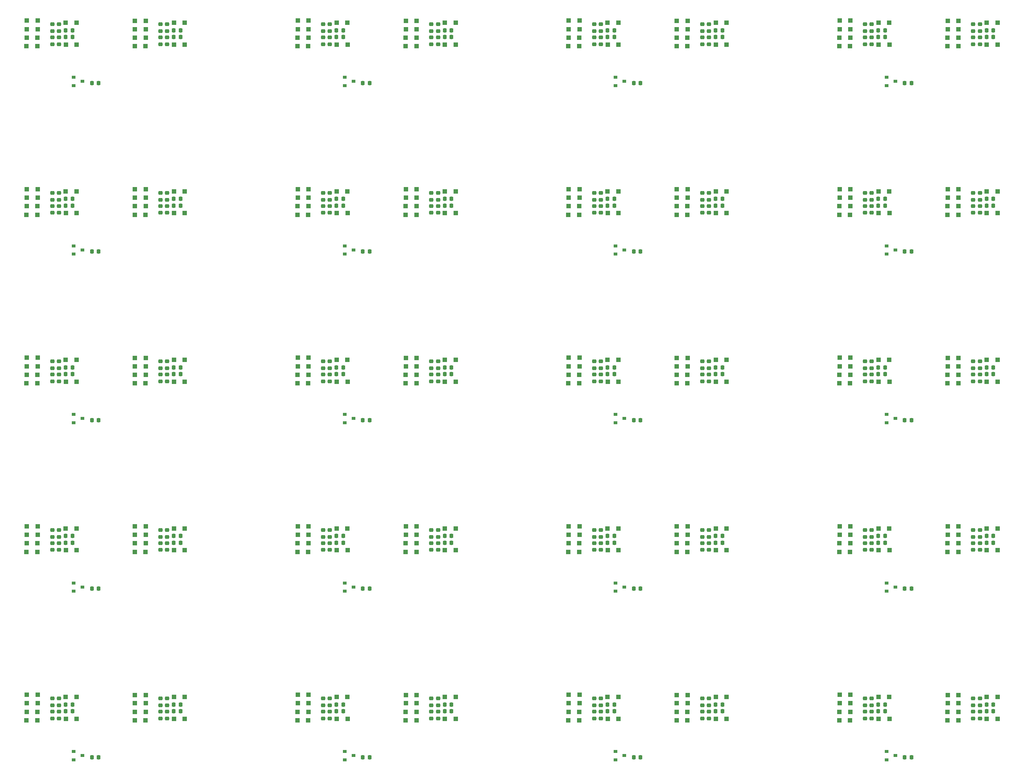
<source format=gbr>
%TF.GenerationSoftware,KiCad,Pcbnew,7.0.6+dfsg-1*%
%TF.CreationDate,2023-08-24T18:37:46+02:00*%
%TF.ProjectId,USB_panel,5553425f-7061-46e6-956c-2e6b69636164,V1.1*%
%TF.SameCoordinates,Original*%
%TF.FileFunction,Paste,Top*%
%TF.FilePolarity,Positive*%
%FSLAX46Y46*%
G04 Gerber Fmt 4.6, Leading zero omitted, Abs format (unit mm)*
G04 Created by KiCad (PCBNEW 7.0.6+dfsg-1) date 2023-08-24 18:37:46*
%MOMM*%
%LPD*%
G01*
G04 APERTURE LIST*
G04 Aperture macros list*
%AMRoundRect*
0 Rectangle with rounded corners*
0 $1 Rounding radius*
0 $2 $3 $4 $5 $6 $7 $8 $9 X,Y pos of 4 corners*
0 Add a 4 corners polygon primitive as box body*
4,1,4,$2,$3,$4,$5,$6,$7,$8,$9,$2,$3,0*
0 Add four circle primitives for the rounded corners*
1,1,$1+$1,$2,$3*
1,1,$1+$1,$4,$5*
1,1,$1+$1,$6,$7*
1,1,$1+$1,$8,$9*
0 Add four rect primitives between the rounded corners*
20,1,$1+$1,$2,$3,$4,$5,0*
20,1,$1+$1,$4,$5,$6,$7,0*
20,1,$1+$1,$6,$7,$8,$9,0*
20,1,$1+$1,$8,$9,$2,$3,0*%
G04 Aperture macros list end*
%ADD10R,0.900000X0.800000*%
%ADD11RoundRect,0.218750X0.256250X-0.218750X0.256250X0.218750X-0.256250X0.218750X-0.256250X-0.218750X0*%
%ADD12R,1.000000X1.000000*%
%ADD13RoundRect,0.218750X-0.218750X-0.256250X0.218750X-0.256250X0.218750X0.256250X-0.218750X0.256250X0*%
%ADD14RoundRect,0.218750X0.218750X0.256250X-0.218750X0.256250X-0.218750X-0.256250X0.218750X-0.256250X0*%
%ADD15RoundRect,0.218750X-0.256250X0.218750X-0.256250X-0.218750X0.256250X-0.218750X0.256250X0.218750X0*%
G04 APERTURE END LIST*
D10*
%TO.C,Q1*%
X173943200Y-108331000D03*
X173943200Y-110231000D03*
X175943200Y-109281000D03*
%TD*%
D11*
%TO.C,R7*%
X256578200Y-178654500D03*
X256578200Y-177079500D03*
%TD*%
D12*
%TO.C,D5*%
X46870700Y-139741500D03*
X49370700Y-139741500D03*
%TD*%
D10*
%TO.C,Q1*%
X48723200Y-69343000D03*
X48723200Y-71243000D03*
X50723200Y-70293000D03*
%TD*%
D12*
%TO.C,D11*%
X62863200Y-97191000D03*
X65363200Y-97191000D03*
%TD*%
%TO.C,D4*%
X100473200Y-214155000D03*
X102973200Y-214155000D03*
%TD*%
%TO.C,D4*%
X225693200Y-175167000D03*
X228193200Y-175167000D03*
%TD*%
%TO.C,D9*%
X188023200Y-101131000D03*
X190523200Y-101131000D03*
%TD*%
%TO.C,D5*%
X172090700Y-178729500D03*
X174590700Y-178729500D03*
%TD*%
%TO.C,D9*%
X62803200Y-62143000D03*
X65303200Y-62143000D03*
%TD*%
%TO.C,D3*%
X40363200Y-134189000D03*
X37863200Y-134189000D03*
%TD*%
D13*
%TO.C,R5*%
X172043200Y-136471500D03*
X173618200Y-136471500D03*
%TD*%
D12*
%TO.C,D8*%
X127933200Y-177147000D03*
X125433200Y-177147000D03*
%TD*%
D13*
%TO.C,R6*%
X172043200Y-99013500D03*
X173618200Y-99013500D03*
%TD*%
D12*
%TO.C,D4*%
X225693200Y-58203000D03*
X228193200Y-58203000D03*
%TD*%
%TO.C,D2*%
X225633200Y-62143000D03*
X228133200Y-62143000D03*
%TD*%
D13*
%TO.C,R6*%
X234653200Y-138001500D03*
X236228200Y-138001500D03*
%TD*%
D12*
%TO.C,D5*%
X46870700Y-100753500D03*
X49370700Y-100753500D03*
%TD*%
%TO.C,D2*%
X163023200Y-140119000D03*
X165523200Y-140119000D03*
%TD*%
D11*
%TO.C,R1*%
X231578200Y-178654500D03*
X231578200Y-177079500D03*
%TD*%
%TO.C,R9*%
X195523200Y-175637000D03*
X195523200Y-174062000D03*
%TD*%
%TO.C,R3*%
X45298200Y-136649000D03*
X45298200Y-135074000D03*
%TD*%
D12*
%TO.C,D5*%
X234700700Y-100753500D03*
X237200700Y-100753500D03*
%TD*%
D14*
%TO.C,R13*%
X242290700Y-226635000D03*
X240715700Y-226635000D03*
%TD*%
D12*
%TO.C,D3*%
X40363200Y-212165000D03*
X37863200Y-212165000D03*
%TD*%
D11*
%TO.C,R8*%
X258123200Y-178662000D03*
X258123200Y-177087000D03*
%TD*%
D13*
%TO.C,R5*%
X46823200Y-58495500D03*
X48398200Y-58495500D03*
%TD*%
D11*
%TO.C,R8*%
X132903200Y-139674000D03*
X132903200Y-138099000D03*
%TD*%
D13*
%TO.C,R11*%
X197043200Y-214447500D03*
X198618200Y-214447500D03*
%TD*%
D12*
%TO.C,D12*%
X71870700Y-100753500D03*
X74370700Y-100753500D03*
%TD*%
D13*
%TO.C,R5*%
X172043200Y-58495500D03*
X173618200Y-58495500D03*
%TD*%
D12*
%TO.C,D2*%
X163023200Y-62143000D03*
X165523200Y-62143000D03*
%TD*%
D13*
%TO.C,R12*%
X134433200Y-215977500D03*
X136008200Y-215977500D03*
%TD*%
%TO.C,R5*%
X46823200Y-214447500D03*
X48398200Y-214447500D03*
%TD*%
D11*
%TO.C,R3*%
X233128200Y-97661000D03*
X233128200Y-96086000D03*
%TD*%
%TO.C,R3*%
X45298200Y-58673000D03*
X45298200Y-57098000D03*
%TD*%
D12*
%TO.C,D9*%
X62803200Y-140119000D03*
X65303200Y-140119000D03*
%TD*%
D11*
%TO.C,R2*%
X233128200Y-61700500D03*
X233128200Y-60125500D03*
%TD*%
%TO.C,R9*%
X132913200Y-97661000D03*
X132913200Y-96086000D03*
%TD*%
D13*
%TO.C,R12*%
X197043200Y-60025500D03*
X198618200Y-60025500D03*
%TD*%
D11*
%TO.C,R3*%
X233128200Y-214625000D03*
X233128200Y-213050000D03*
%TD*%
D12*
%TO.C,D5*%
X172090700Y-61765500D03*
X174590700Y-61765500D03*
%TD*%
%TO.C,D10*%
X190583200Y-212225000D03*
X188083200Y-212225000D03*
%TD*%
%TO.C,D4*%
X37863200Y-175167000D03*
X40363200Y-175167000D03*
%TD*%
%TO.C,D3*%
X165583200Y-95201000D03*
X163083200Y-95201000D03*
%TD*%
D15*
%TO.C,R10*%
X256578200Y-57095500D03*
X256578200Y-58670500D03*
%TD*%
%TO.C,R10*%
X68748200Y-96083500D03*
X68748200Y-97658500D03*
%TD*%
D13*
%TO.C,R5*%
X172043200Y-214447500D03*
X173618200Y-214447500D03*
%TD*%
D12*
%TO.C,D1*%
X228153200Y-60183000D03*
X225653200Y-60183000D03*
%TD*%
D11*
%TO.C,R2*%
X170518200Y-217652500D03*
X170518200Y-216077500D03*
%TD*%
D12*
%TO.C,D8*%
X127933200Y-60183000D03*
X125433200Y-60183000D03*
%TD*%
D11*
%TO.C,R9*%
X132913200Y-214625000D03*
X132913200Y-213050000D03*
%TD*%
%TO.C,R7*%
X193968200Y-178654500D03*
X193968200Y-177079500D03*
%TD*%
%TO.C,R1*%
X106358200Y-178654500D03*
X106358200Y-177079500D03*
%TD*%
D12*
%TO.C,D10*%
X253193200Y-56273000D03*
X250693200Y-56273000D03*
%TD*%
D11*
%TO.C,R7*%
X131358200Y-61690500D03*
X131358200Y-60115500D03*
%TD*%
D10*
%TO.C,Q1*%
X173943200Y-225295000D03*
X173943200Y-227195000D03*
X175943200Y-226245000D03*
%TD*%
D13*
%TO.C,R5*%
X109433200Y-136471500D03*
X111008200Y-136471500D03*
%TD*%
D11*
%TO.C,R3*%
X170518200Y-175637000D03*
X170518200Y-174062000D03*
%TD*%
D12*
%TO.C,D12*%
X259700700Y-178729500D03*
X262200700Y-178729500D03*
%TD*%
%TO.C,D3*%
X40363200Y-95201000D03*
X37863200Y-95201000D03*
%TD*%
D15*
%TO.C,R4*%
X106358200Y-174059500D03*
X106358200Y-175634500D03*
%TD*%
D12*
%TO.C,D1*%
X102933200Y-60183000D03*
X100433200Y-60183000D03*
%TD*%
D10*
%TO.C,Q1*%
X173943200Y-69343000D03*
X173943200Y-71243000D03*
X175943200Y-70293000D03*
%TD*%
D12*
%TO.C,D1*%
X228153200Y-99171000D03*
X225653200Y-99171000D03*
%TD*%
%TO.C,D5*%
X109480700Y-178729500D03*
X111980700Y-178729500D03*
%TD*%
D13*
%TO.C,R6*%
X109433200Y-60025500D03*
X111008200Y-60025500D03*
%TD*%
D11*
%TO.C,R9*%
X70303200Y-97661000D03*
X70303200Y-96086000D03*
%TD*%
D12*
%TO.C,D10*%
X127973200Y-56273000D03*
X125473200Y-56273000D03*
%TD*%
D13*
%TO.C,R12*%
X71823200Y-176989500D03*
X73398200Y-176989500D03*
%TD*%
D11*
%TO.C,R2*%
X233128200Y-178664500D03*
X233128200Y-177089500D03*
%TD*%
%TO.C,R9*%
X195523200Y-214625000D03*
X195523200Y-213050000D03*
%TD*%
%TO.C,R9*%
X195523200Y-97661000D03*
X195523200Y-96086000D03*
%TD*%
%TO.C,R3*%
X45298200Y-214625000D03*
X45298200Y-213050000D03*
%TD*%
D15*
%TO.C,R4*%
X231578200Y-96083500D03*
X231578200Y-97658500D03*
%TD*%
D11*
%TO.C,R2*%
X45298200Y-61700500D03*
X45298200Y-60125500D03*
%TD*%
D15*
%TO.C,R4*%
X168968200Y-135071500D03*
X168968200Y-136646500D03*
%TD*%
D13*
%TO.C,R5*%
X109433200Y-97483500D03*
X111008200Y-97483500D03*
%TD*%
D12*
%TO.C,D4*%
X225693200Y-97191000D03*
X228193200Y-97191000D03*
%TD*%
%TO.C,D14*%
X197078200Y-173702000D03*
X199578200Y-173702000D03*
%TD*%
%TO.C,D14*%
X197078200Y-56738000D03*
X199578200Y-56738000D03*
%TD*%
D15*
%TO.C,R10*%
X193968200Y-57095500D03*
X193968200Y-58670500D03*
%TD*%
D10*
%TO.C,Q1*%
X236553200Y-108331000D03*
X236553200Y-110231000D03*
X238553200Y-109281000D03*
%TD*%
D14*
%TO.C,R13*%
X242290700Y-70683000D03*
X240715700Y-70683000D03*
%TD*%
D11*
%TO.C,R7*%
X193968200Y-61690500D03*
X193968200Y-60115500D03*
%TD*%
%TO.C,R1*%
X168968200Y-139666500D03*
X168968200Y-138091500D03*
%TD*%
D12*
%TO.C,D10*%
X253193200Y-134249000D03*
X250693200Y-134249000D03*
%TD*%
%TO.C,D7*%
X234688200Y-212690000D03*
X237188200Y-212690000D03*
%TD*%
%TO.C,D3*%
X102973200Y-173177000D03*
X100473200Y-173177000D03*
%TD*%
%TO.C,D11*%
X125473200Y-175167000D03*
X127973200Y-175167000D03*
%TD*%
D11*
%TO.C,R7*%
X131358200Y-139666500D03*
X131358200Y-138091500D03*
%TD*%
%TO.C,R2*%
X45298200Y-178664500D03*
X45298200Y-177089500D03*
%TD*%
D12*
%TO.C,D2*%
X225633200Y-140119000D03*
X228133200Y-140119000D03*
%TD*%
%TO.C,D5*%
X172090700Y-100753500D03*
X174590700Y-100753500D03*
%TD*%
%TO.C,D9*%
X125413200Y-179107000D03*
X127913200Y-179107000D03*
%TD*%
%TO.C,D4*%
X163083200Y-58203000D03*
X165583200Y-58203000D03*
%TD*%
D11*
%TO.C,R2*%
X45298200Y-217652500D03*
X45298200Y-216077500D03*
%TD*%
D13*
%TO.C,R11*%
X71823200Y-175459500D03*
X73398200Y-175459500D03*
%TD*%
D12*
%TO.C,D3*%
X40363200Y-56213000D03*
X37863200Y-56213000D03*
%TD*%
D11*
%TO.C,R7*%
X68748200Y-217642500D03*
X68748200Y-216067500D03*
%TD*%
%TO.C,R7*%
X256578200Y-139666500D03*
X256578200Y-138091500D03*
%TD*%
D10*
%TO.C,Q1*%
X48723200Y-147319000D03*
X48723200Y-149219000D03*
X50723200Y-148269000D03*
%TD*%
D14*
%TO.C,R13*%
X54460700Y-226635000D03*
X52885700Y-226635000D03*
%TD*%
D12*
%TO.C,D7*%
X46858200Y-95726000D03*
X49358200Y-95726000D03*
%TD*%
%TO.C,D2*%
X163023200Y-218095000D03*
X165523200Y-218095000D03*
%TD*%
D11*
%TO.C,R8*%
X258123200Y-217650000D03*
X258123200Y-216075000D03*
%TD*%
D13*
%TO.C,R5*%
X172043200Y-97483500D03*
X173618200Y-97483500D03*
%TD*%
D12*
%TO.C,D9*%
X188023200Y-140119000D03*
X190523200Y-140119000D03*
%TD*%
D15*
%TO.C,R10*%
X256578200Y-96083500D03*
X256578200Y-97658500D03*
%TD*%
%TO.C,R4*%
X106358200Y-57095500D03*
X106358200Y-58670500D03*
%TD*%
D11*
%TO.C,R7*%
X256578200Y-217642500D03*
X256578200Y-216067500D03*
%TD*%
D13*
%TO.C,R12*%
X197043200Y-215977500D03*
X198618200Y-215977500D03*
%TD*%
%TO.C,R12*%
X259653200Y-99013500D03*
X261228200Y-99013500D03*
%TD*%
D12*
%TO.C,D5*%
X46870700Y-61765500D03*
X49370700Y-61765500D03*
%TD*%
%TO.C,D7*%
X234688200Y-134714000D03*
X237188200Y-134714000D03*
%TD*%
D11*
%TO.C,R1*%
X106358200Y-100678500D03*
X106358200Y-99103500D03*
%TD*%
%TO.C,R3*%
X107908200Y-97661000D03*
X107908200Y-96086000D03*
%TD*%
D12*
%TO.C,D11*%
X250693200Y-214155000D03*
X253193200Y-214155000D03*
%TD*%
D11*
%TO.C,R1*%
X43748200Y-139666500D03*
X43748200Y-138091500D03*
%TD*%
D12*
%TO.C,D2*%
X100413200Y-179107000D03*
X102913200Y-179107000D03*
%TD*%
%TO.C,D11*%
X62863200Y-136179000D03*
X65363200Y-136179000D03*
%TD*%
D11*
%TO.C,R9*%
X258133200Y-136649000D03*
X258133200Y-135074000D03*
%TD*%
D12*
%TO.C,D8*%
X253153200Y-216135000D03*
X250653200Y-216135000D03*
%TD*%
%TO.C,D4*%
X225693200Y-214155000D03*
X228193200Y-214155000D03*
%TD*%
D15*
%TO.C,R10*%
X68748200Y-57095500D03*
X68748200Y-58670500D03*
%TD*%
D11*
%TO.C,R1*%
X231578200Y-139666500D03*
X231578200Y-138091500D03*
%TD*%
D12*
%TO.C,D14*%
X134468200Y-134714000D03*
X136968200Y-134714000D03*
%TD*%
%TO.C,D9*%
X62803200Y-218095000D03*
X65303200Y-218095000D03*
%TD*%
D15*
%TO.C,R10*%
X193968200Y-135071500D03*
X193968200Y-136646500D03*
%TD*%
D12*
%TO.C,D4*%
X163083200Y-214155000D03*
X165583200Y-214155000D03*
%TD*%
D15*
%TO.C,R4*%
X231578200Y-57095500D03*
X231578200Y-58670500D03*
%TD*%
D11*
%TO.C,R7*%
X68748200Y-139666500D03*
X68748200Y-138091500D03*
%TD*%
%TO.C,R9*%
X70303200Y-58673000D03*
X70303200Y-57098000D03*
%TD*%
%TO.C,R8*%
X195513200Y-178662000D03*
X195513200Y-177087000D03*
%TD*%
D13*
%TO.C,R11*%
X197043200Y-97483500D03*
X198618200Y-97483500D03*
%TD*%
%TO.C,R5*%
X234653200Y-175459500D03*
X236228200Y-175459500D03*
%TD*%
D12*
%TO.C,D12*%
X134480700Y-61765500D03*
X136980700Y-61765500D03*
%TD*%
%TO.C,D10*%
X65363200Y-134249000D03*
X62863200Y-134249000D03*
%TD*%
%TO.C,D3*%
X228193200Y-95201000D03*
X225693200Y-95201000D03*
%TD*%
%TO.C,D12*%
X71870700Y-61765500D03*
X74370700Y-61765500D03*
%TD*%
%TO.C,D12*%
X71870700Y-178729500D03*
X74370700Y-178729500D03*
%TD*%
%TO.C,D7*%
X172078200Y-173702000D03*
X174578200Y-173702000D03*
%TD*%
%TO.C,D3*%
X102973200Y-56213000D03*
X100473200Y-56213000D03*
%TD*%
D11*
%TO.C,R7*%
X131358200Y-178654500D03*
X131358200Y-177079500D03*
%TD*%
D14*
%TO.C,R13*%
X179680700Y-187647000D03*
X178105700Y-187647000D03*
%TD*%
D12*
%TO.C,D1*%
X102933200Y-99171000D03*
X100433200Y-99171000D03*
%TD*%
%TO.C,D12*%
X259700700Y-217717500D03*
X262200700Y-217717500D03*
%TD*%
D14*
%TO.C,R13*%
X54460700Y-148659000D03*
X52885700Y-148659000D03*
%TD*%
D11*
%TO.C,R1*%
X106358200Y-61690500D03*
X106358200Y-60115500D03*
%TD*%
D12*
%TO.C,D7*%
X109468200Y-212690000D03*
X111968200Y-212690000D03*
%TD*%
%TO.C,D10*%
X127973200Y-212225000D03*
X125473200Y-212225000D03*
%TD*%
D11*
%TO.C,R8*%
X70293200Y-61698000D03*
X70293200Y-60123000D03*
%TD*%
D12*
%TO.C,D12*%
X259700700Y-100753500D03*
X262200700Y-100753500D03*
%TD*%
%TO.C,D9*%
X125413200Y-218095000D03*
X127913200Y-218095000D03*
%TD*%
D10*
%TO.C,Q1*%
X173943200Y-147319000D03*
X173943200Y-149219000D03*
X175943200Y-148269000D03*
%TD*%
D12*
%TO.C,D7*%
X172078200Y-95726000D03*
X174578200Y-95726000D03*
%TD*%
%TO.C,D14*%
X134468200Y-56738000D03*
X136968200Y-56738000D03*
%TD*%
D15*
%TO.C,R10*%
X256578200Y-135071500D03*
X256578200Y-136646500D03*
%TD*%
D11*
%TO.C,R1*%
X43748200Y-61690500D03*
X43748200Y-60115500D03*
%TD*%
D12*
%TO.C,D12*%
X197090700Y-61765500D03*
X199590700Y-61765500D03*
%TD*%
%TO.C,D10*%
X253193200Y-95261000D03*
X250693200Y-95261000D03*
%TD*%
%TO.C,D3*%
X165583200Y-134189000D03*
X163083200Y-134189000D03*
%TD*%
%TO.C,D10*%
X65363200Y-173237000D03*
X62863200Y-173237000D03*
%TD*%
%TO.C,D14*%
X134468200Y-173702000D03*
X136968200Y-173702000D03*
%TD*%
%TO.C,D2*%
X100413200Y-62143000D03*
X102913200Y-62143000D03*
%TD*%
%TO.C,D11*%
X250693200Y-97191000D03*
X253193200Y-97191000D03*
%TD*%
D13*
%TO.C,R11*%
X71823200Y-136471500D03*
X73398200Y-136471500D03*
%TD*%
D14*
%TO.C,R13*%
X117070700Y-148659000D03*
X115495700Y-148659000D03*
%TD*%
D12*
%TO.C,D4*%
X37863200Y-97191000D03*
X40363200Y-97191000D03*
%TD*%
D13*
%TO.C,R11*%
X259653200Y-58495500D03*
X261228200Y-58495500D03*
%TD*%
D12*
%TO.C,D12*%
X71870700Y-139741500D03*
X74370700Y-139741500D03*
%TD*%
%TO.C,D14*%
X71858200Y-134714000D03*
X74358200Y-134714000D03*
%TD*%
D13*
%TO.C,R5*%
X46823200Y-136471500D03*
X48398200Y-136471500D03*
%TD*%
D12*
%TO.C,D10*%
X190583200Y-173237000D03*
X188083200Y-173237000D03*
%TD*%
%TO.C,D1*%
X102933200Y-138159000D03*
X100433200Y-138159000D03*
%TD*%
%TO.C,D5*%
X234700700Y-61765500D03*
X237200700Y-61765500D03*
%TD*%
%TO.C,D9*%
X125413200Y-101131000D03*
X127913200Y-101131000D03*
%TD*%
%TO.C,D3*%
X165583200Y-212165000D03*
X163083200Y-212165000D03*
%TD*%
%TO.C,D1*%
X165543200Y-138159000D03*
X163043200Y-138159000D03*
%TD*%
D10*
%TO.C,Q1*%
X111333200Y-108331000D03*
X111333200Y-110231000D03*
X113333200Y-109281000D03*
%TD*%
D12*
%TO.C,D4*%
X163083200Y-136179000D03*
X165583200Y-136179000D03*
%TD*%
D13*
%TO.C,R11*%
X259653200Y-97483500D03*
X261228200Y-97483500D03*
%TD*%
D10*
%TO.C,Q1*%
X236553200Y-225295000D03*
X236553200Y-227195000D03*
X238553200Y-226245000D03*
%TD*%
D12*
%TO.C,D8*%
X65323200Y-138159000D03*
X62823200Y-138159000D03*
%TD*%
D11*
%TO.C,R8*%
X258123200Y-139674000D03*
X258123200Y-138099000D03*
%TD*%
%TO.C,R9*%
X258133200Y-175637000D03*
X258133200Y-174062000D03*
%TD*%
D12*
%TO.C,D7*%
X109468200Y-134714000D03*
X111968200Y-134714000D03*
%TD*%
%TO.C,D14*%
X197078200Y-95726000D03*
X199578200Y-95726000D03*
%TD*%
%TO.C,D11*%
X188083200Y-175167000D03*
X190583200Y-175167000D03*
%TD*%
D15*
%TO.C,R4*%
X231578200Y-174059500D03*
X231578200Y-175634500D03*
%TD*%
D12*
%TO.C,D11*%
X250693200Y-58203000D03*
X253193200Y-58203000D03*
%TD*%
D11*
%TO.C,R9*%
X258133200Y-58673000D03*
X258133200Y-57098000D03*
%TD*%
D12*
%TO.C,D2*%
X100413200Y-218095000D03*
X102913200Y-218095000D03*
%TD*%
%TO.C,D3*%
X165583200Y-56213000D03*
X163083200Y-56213000D03*
%TD*%
D11*
%TO.C,R3*%
X45298200Y-175637000D03*
X45298200Y-174062000D03*
%TD*%
D12*
%TO.C,D7*%
X109468200Y-95726000D03*
X111968200Y-95726000D03*
%TD*%
%TO.C,D2*%
X163023200Y-179107000D03*
X165523200Y-179107000D03*
%TD*%
D11*
%TO.C,R3*%
X170518200Y-136649000D03*
X170518200Y-135074000D03*
%TD*%
D12*
%TO.C,D7*%
X172078200Y-134714000D03*
X174578200Y-134714000D03*
%TD*%
D13*
%TO.C,R5*%
X109433200Y-214447500D03*
X111008200Y-214447500D03*
%TD*%
D12*
%TO.C,D4*%
X225693200Y-136179000D03*
X228193200Y-136179000D03*
%TD*%
D13*
%TO.C,R12*%
X134433200Y-60025500D03*
X136008200Y-60025500D03*
%TD*%
D15*
%TO.C,R10*%
X131358200Y-174059500D03*
X131358200Y-175634500D03*
%TD*%
D11*
%TO.C,R3*%
X107908200Y-214625000D03*
X107908200Y-213050000D03*
%TD*%
D12*
%TO.C,D9*%
X125413200Y-140119000D03*
X127913200Y-140119000D03*
%TD*%
%TO.C,D1*%
X228153200Y-216135000D03*
X225653200Y-216135000D03*
%TD*%
D15*
%TO.C,R10*%
X131358200Y-135071500D03*
X131358200Y-136646500D03*
%TD*%
D12*
%TO.C,D1*%
X228153200Y-177147000D03*
X225653200Y-177147000D03*
%TD*%
%TO.C,D8*%
X65323200Y-60183000D03*
X62823200Y-60183000D03*
%TD*%
%TO.C,D3*%
X228193200Y-173177000D03*
X225693200Y-173177000D03*
%TD*%
D11*
%TO.C,R2*%
X170518200Y-61700500D03*
X170518200Y-60125500D03*
%TD*%
%TO.C,R9*%
X70303200Y-175637000D03*
X70303200Y-174062000D03*
%TD*%
D10*
%TO.C,Q1*%
X111333200Y-186307000D03*
X111333200Y-188207000D03*
X113333200Y-187257000D03*
%TD*%
D12*
%TO.C,D14*%
X134468200Y-95726000D03*
X136968200Y-95726000D03*
%TD*%
%TO.C,D11*%
X125473200Y-214155000D03*
X127973200Y-214155000D03*
%TD*%
%TO.C,D9*%
X250633200Y-62143000D03*
X253133200Y-62143000D03*
%TD*%
D13*
%TO.C,R6*%
X46823200Y-60025500D03*
X48398200Y-60025500D03*
%TD*%
%TO.C,R12*%
X259653200Y-215977500D03*
X261228200Y-215977500D03*
%TD*%
D15*
%TO.C,R10*%
X131358200Y-96083500D03*
X131358200Y-97658500D03*
%TD*%
D12*
%TO.C,D9*%
X62803200Y-179107000D03*
X65303200Y-179107000D03*
%TD*%
%TO.C,D7*%
X172078200Y-56738000D03*
X174578200Y-56738000D03*
%TD*%
D13*
%TO.C,R11*%
X134433200Y-58495500D03*
X136008200Y-58495500D03*
%TD*%
D12*
%TO.C,D14*%
X197078200Y-134714000D03*
X199578200Y-134714000D03*
%TD*%
%TO.C,D12*%
X197090700Y-178729500D03*
X199590700Y-178729500D03*
%TD*%
D11*
%TO.C,R2*%
X170518200Y-139676500D03*
X170518200Y-138101500D03*
%TD*%
%TO.C,R8*%
X195513200Y-100686000D03*
X195513200Y-99111000D03*
%TD*%
D12*
%TO.C,D9*%
X188023200Y-218095000D03*
X190523200Y-218095000D03*
%TD*%
D13*
%TO.C,R6*%
X172043200Y-215977500D03*
X173618200Y-215977500D03*
%TD*%
D10*
%TO.C,Q1*%
X48723200Y-186307000D03*
X48723200Y-188207000D03*
X50723200Y-187257000D03*
%TD*%
D12*
%TO.C,D5*%
X109480700Y-100753500D03*
X111980700Y-100753500D03*
%TD*%
%TO.C,D1*%
X165543200Y-216135000D03*
X163043200Y-216135000D03*
%TD*%
%TO.C,D2*%
X37803200Y-101131000D03*
X40303200Y-101131000D03*
%TD*%
D13*
%TO.C,R6*%
X234653200Y-60025500D03*
X236228200Y-60025500D03*
%TD*%
D14*
%TO.C,R13*%
X117070700Y-226635000D03*
X115495700Y-226635000D03*
%TD*%
D12*
%TO.C,D8*%
X190543200Y-138159000D03*
X188043200Y-138159000D03*
%TD*%
D11*
%TO.C,R2*%
X107908200Y-217652500D03*
X107908200Y-216077500D03*
%TD*%
%TO.C,R2*%
X170518200Y-178664500D03*
X170518200Y-177089500D03*
%TD*%
D13*
%TO.C,R6*%
X46823200Y-215977500D03*
X48398200Y-215977500D03*
%TD*%
D11*
%TO.C,R8*%
X195513200Y-139674000D03*
X195513200Y-138099000D03*
%TD*%
%TO.C,R7*%
X256578200Y-100678500D03*
X256578200Y-99103500D03*
%TD*%
D12*
%TO.C,D12*%
X71870700Y-217717500D03*
X74370700Y-217717500D03*
%TD*%
D15*
%TO.C,R4*%
X168968200Y-96083500D03*
X168968200Y-97658500D03*
%TD*%
D11*
%TO.C,R2*%
X170518200Y-100688500D03*
X170518200Y-99113500D03*
%TD*%
D10*
%TO.C,Q1*%
X236553200Y-186307000D03*
X236553200Y-188207000D03*
X238553200Y-187257000D03*
%TD*%
D13*
%TO.C,R12*%
X71823200Y-215977500D03*
X73398200Y-215977500D03*
%TD*%
D15*
%TO.C,R10*%
X131358200Y-213047500D03*
X131358200Y-214622500D03*
%TD*%
D13*
%TO.C,R11*%
X259653200Y-175459500D03*
X261228200Y-175459500D03*
%TD*%
D11*
%TO.C,R2*%
X233128200Y-217652500D03*
X233128200Y-216077500D03*
%TD*%
D13*
%TO.C,R5*%
X234653200Y-97483500D03*
X236228200Y-97483500D03*
%TD*%
D12*
%TO.C,D10*%
X127973200Y-134249000D03*
X125473200Y-134249000D03*
%TD*%
D10*
%TO.C,Q1*%
X236553200Y-69343000D03*
X236553200Y-71243000D03*
X238553200Y-70293000D03*
%TD*%
D14*
%TO.C,R13*%
X117070700Y-70683000D03*
X115495700Y-70683000D03*
%TD*%
D15*
%TO.C,R10*%
X256578200Y-174059500D03*
X256578200Y-175634500D03*
%TD*%
D12*
%TO.C,D11*%
X125473200Y-58203000D03*
X127973200Y-58203000D03*
%TD*%
D10*
%TO.C,Q1*%
X173943200Y-186307000D03*
X173943200Y-188207000D03*
X175943200Y-187257000D03*
%TD*%
D13*
%TO.C,R11*%
X71823200Y-214447500D03*
X73398200Y-214447500D03*
%TD*%
D15*
%TO.C,R4*%
X168968200Y-213047500D03*
X168968200Y-214622500D03*
%TD*%
%TO.C,R4*%
X106358200Y-135071500D03*
X106358200Y-136646500D03*
%TD*%
D12*
%TO.C,D8*%
X65323200Y-99171000D03*
X62823200Y-99171000D03*
%TD*%
D13*
%TO.C,R6*%
X172043200Y-176989500D03*
X173618200Y-176989500D03*
%TD*%
D11*
%TO.C,R8*%
X258123200Y-61698000D03*
X258123200Y-60123000D03*
%TD*%
%TO.C,R9*%
X258133200Y-214625000D03*
X258133200Y-213050000D03*
%TD*%
D12*
%TO.C,D14*%
X259688200Y-56738000D03*
X262188200Y-56738000D03*
%TD*%
%TO.C,D9*%
X250633200Y-101131000D03*
X253133200Y-101131000D03*
%TD*%
D11*
%TO.C,R7*%
X193968200Y-139666500D03*
X193968200Y-138091500D03*
%TD*%
D14*
%TO.C,R13*%
X117070700Y-109671000D03*
X115495700Y-109671000D03*
%TD*%
D12*
%TO.C,D7*%
X234688200Y-56738000D03*
X237188200Y-56738000D03*
%TD*%
D13*
%TO.C,R6*%
X234653200Y-215977500D03*
X236228200Y-215977500D03*
%TD*%
D14*
%TO.C,R13*%
X179680700Y-109671000D03*
X178105700Y-109671000D03*
%TD*%
D12*
%TO.C,D4*%
X163083200Y-97191000D03*
X165583200Y-97191000D03*
%TD*%
%TO.C,D7*%
X109468200Y-56738000D03*
X111968200Y-56738000D03*
%TD*%
D13*
%TO.C,R12*%
X197043200Y-99013500D03*
X198618200Y-99013500D03*
%TD*%
D12*
%TO.C,D14*%
X71858200Y-95726000D03*
X74358200Y-95726000D03*
%TD*%
D11*
%TO.C,R2*%
X107908200Y-61700500D03*
X107908200Y-60125500D03*
%TD*%
D13*
%TO.C,R6*%
X109433200Y-215977500D03*
X111008200Y-215977500D03*
%TD*%
D11*
%TO.C,R9*%
X195523200Y-136649000D03*
X195523200Y-135074000D03*
%TD*%
D12*
%TO.C,D5*%
X109480700Y-139741500D03*
X111980700Y-139741500D03*
%TD*%
%TO.C,D9*%
X188023200Y-62143000D03*
X190523200Y-62143000D03*
%TD*%
D14*
%TO.C,R13*%
X242290700Y-148659000D03*
X240715700Y-148659000D03*
%TD*%
D12*
%TO.C,D7*%
X234688200Y-173702000D03*
X237188200Y-173702000D03*
%TD*%
%TO.C,D1*%
X165543200Y-60183000D03*
X163043200Y-60183000D03*
%TD*%
D14*
%TO.C,R13*%
X54460700Y-187647000D03*
X52885700Y-187647000D03*
%TD*%
D13*
%TO.C,R12*%
X134433200Y-138001500D03*
X136008200Y-138001500D03*
%TD*%
D12*
%TO.C,D9*%
X250633200Y-218095000D03*
X253133200Y-218095000D03*
%TD*%
%TO.C,D3*%
X102973200Y-95201000D03*
X100473200Y-95201000D03*
%TD*%
D11*
%TO.C,R9*%
X70303200Y-136649000D03*
X70303200Y-135074000D03*
%TD*%
D12*
%TO.C,D1*%
X40323200Y-216135000D03*
X37823200Y-216135000D03*
%TD*%
%TO.C,D2*%
X37803200Y-218095000D03*
X40303200Y-218095000D03*
%TD*%
D13*
%TO.C,R5*%
X234653200Y-136471500D03*
X236228200Y-136471500D03*
%TD*%
D10*
%TO.C,Q1*%
X236553200Y-147319000D03*
X236553200Y-149219000D03*
X238553200Y-148269000D03*
%TD*%
D12*
%TO.C,D5*%
X109480700Y-217717500D03*
X111980700Y-217717500D03*
%TD*%
D13*
%TO.C,R12*%
X259653200Y-138001500D03*
X261228200Y-138001500D03*
%TD*%
D15*
%TO.C,R10*%
X193968200Y-213047500D03*
X193968200Y-214622500D03*
%TD*%
D12*
%TO.C,D5*%
X172090700Y-139741500D03*
X174590700Y-139741500D03*
%TD*%
D10*
%TO.C,Q1*%
X111333200Y-147319000D03*
X111333200Y-149219000D03*
X113333200Y-148269000D03*
%TD*%
D15*
%TO.C,R10*%
X68748200Y-213047500D03*
X68748200Y-214622500D03*
%TD*%
%TO.C,R4*%
X43748200Y-213047500D03*
X43748200Y-214622500D03*
%TD*%
D12*
%TO.C,D7*%
X46858200Y-134714000D03*
X49358200Y-134714000D03*
%TD*%
D13*
%TO.C,R11*%
X197043200Y-175459500D03*
X198618200Y-175459500D03*
%TD*%
D15*
%TO.C,R4*%
X43748200Y-57095500D03*
X43748200Y-58670500D03*
%TD*%
D13*
%TO.C,R6*%
X46823200Y-99013500D03*
X48398200Y-99013500D03*
%TD*%
D12*
%TO.C,D4*%
X37863200Y-136179000D03*
X40363200Y-136179000D03*
%TD*%
%TO.C,D8*%
X253153200Y-99171000D03*
X250653200Y-99171000D03*
%TD*%
D11*
%TO.C,R7*%
X131358200Y-217642500D03*
X131358200Y-216067500D03*
%TD*%
D12*
%TO.C,D1*%
X40323200Y-99171000D03*
X37823200Y-99171000D03*
%TD*%
%TO.C,D10*%
X253193200Y-173237000D03*
X250693200Y-173237000D03*
%TD*%
D11*
%TO.C,R1*%
X168968200Y-61690500D03*
X168968200Y-60115500D03*
%TD*%
D12*
%TO.C,D3*%
X228193200Y-134189000D03*
X225693200Y-134189000D03*
%TD*%
%TO.C,D8*%
X127933200Y-216135000D03*
X125433200Y-216135000D03*
%TD*%
D13*
%TO.C,R11*%
X71823200Y-97483500D03*
X73398200Y-97483500D03*
%TD*%
D12*
%TO.C,D3*%
X165583200Y-173177000D03*
X163083200Y-173177000D03*
%TD*%
D15*
%TO.C,R4*%
X106358200Y-213047500D03*
X106358200Y-214622500D03*
%TD*%
D12*
%TO.C,D7*%
X46858200Y-173702000D03*
X49358200Y-173702000D03*
%TD*%
D14*
%TO.C,R13*%
X179680700Y-148659000D03*
X178105700Y-148659000D03*
%TD*%
D11*
%TO.C,R7*%
X68748200Y-61690500D03*
X68748200Y-60115500D03*
%TD*%
D12*
%TO.C,D8*%
X253153200Y-138159000D03*
X250653200Y-138159000D03*
%TD*%
D11*
%TO.C,R3*%
X107908200Y-175637000D03*
X107908200Y-174062000D03*
%TD*%
%TO.C,R1*%
X168968200Y-100678500D03*
X168968200Y-99103500D03*
%TD*%
%TO.C,R9*%
X195523200Y-58673000D03*
X195523200Y-57098000D03*
%TD*%
D12*
%TO.C,D1*%
X165543200Y-99171000D03*
X163043200Y-99171000D03*
%TD*%
D11*
%TO.C,R7*%
X256578200Y-61690500D03*
X256578200Y-60115500D03*
%TD*%
D12*
%TO.C,D7*%
X46858200Y-212690000D03*
X49358200Y-212690000D03*
%TD*%
D13*
%TO.C,R12*%
X259653200Y-176989500D03*
X261228200Y-176989500D03*
%TD*%
D12*
%TO.C,D10*%
X65363200Y-212225000D03*
X62863200Y-212225000D03*
%TD*%
D11*
%TO.C,R9*%
X258133200Y-97661000D03*
X258133200Y-96086000D03*
%TD*%
%TO.C,R9*%
X70303200Y-214625000D03*
X70303200Y-213050000D03*
%TD*%
D12*
%TO.C,D5*%
X234700700Y-139741500D03*
X237200700Y-139741500D03*
%TD*%
%TO.C,D8*%
X190543200Y-216135000D03*
X188043200Y-216135000D03*
%TD*%
%TO.C,D12*%
X197090700Y-139741500D03*
X199590700Y-139741500D03*
%TD*%
%TO.C,D8*%
X190543200Y-177147000D03*
X188043200Y-177147000D03*
%TD*%
D15*
%TO.C,R4*%
X231578200Y-213047500D03*
X231578200Y-214622500D03*
%TD*%
%TO.C,R4*%
X43748200Y-135071500D03*
X43748200Y-136646500D03*
%TD*%
D12*
%TO.C,D1*%
X40323200Y-177147000D03*
X37823200Y-177147000D03*
%TD*%
%TO.C,D9*%
X250633200Y-140119000D03*
X253133200Y-140119000D03*
%TD*%
D13*
%TO.C,R6*%
X46823200Y-138001500D03*
X48398200Y-138001500D03*
%TD*%
D12*
%TO.C,D4*%
X100473200Y-58203000D03*
X102973200Y-58203000D03*
%TD*%
D11*
%TO.C,R3*%
X233128200Y-175637000D03*
X233128200Y-174062000D03*
%TD*%
D14*
%TO.C,R13*%
X179680700Y-226635000D03*
X178105700Y-226635000D03*
%TD*%
D12*
%TO.C,D10*%
X190583200Y-95261000D03*
X188083200Y-95261000D03*
%TD*%
D13*
%TO.C,R6*%
X234653200Y-176989500D03*
X236228200Y-176989500D03*
%TD*%
D15*
%TO.C,R10*%
X193968200Y-96083500D03*
X193968200Y-97658500D03*
%TD*%
D14*
%TO.C,R13*%
X54460700Y-70683000D03*
X52885700Y-70683000D03*
%TD*%
D12*
%TO.C,D4*%
X37863200Y-58203000D03*
X40363200Y-58203000D03*
%TD*%
%TO.C,D12*%
X134480700Y-139741500D03*
X136980700Y-139741500D03*
%TD*%
D10*
%TO.C,Q1*%
X48723200Y-108331000D03*
X48723200Y-110231000D03*
X50723200Y-109281000D03*
%TD*%
D12*
%TO.C,D1*%
X40323200Y-60183000D03*
X37823200Y-60183000D03*
%TD*%
D11*
%TO.C,R1*%
X168968200Y-217642500D03*
X168968200Y-216067500D03*
%TD*%
D15*
%TO.C,R4*%
X43748200Y-96083500D03*
X43748200Y-97658500D03*
%TD*%
D12*
%TO.C,D10*%
X190583200Y-56273000D03*
X188083200Y-56273000D03*
%TD*%
%TO.C,D1*%
X228153200Y-138159000D03*
X225653200Y-138159000D03*
%TD*%
%TO.C,D3*%
X228193200Y-56213000D03*
X225693200Y-56213000D03*
%TD*%
D11*
%TO.C,R2*%
X107908200Y-100688500D03*
X107908200Y-99113500D03*
%TD*%
%TO.C,R1*%
X106358200Y-139666500D03*
X106358200Y-138091500D03*
%TD*%
%TO.C,R1*%
X231578200Y-217642500D03*
X231578200Y-216067500D03*
%TD*%
D12*
%TO.C,D11*%
X188083200Y-214155000D03*
X190583200Y-214155000D03*
%TD*%
D14*
%TO.C,R13*%
X242290700Y-187647000D03*
X240715700Y-187647000D03*
%TD*%
D12*
%TO.C,D11*%
X125473200Y-97191000D03*
X127973200Y-97191000D03*
%TD*%
%TO.C,D14*%
X71858200Y-212690000D03*
X74358200Y-212690000D03*
%TD*%
D11*
%TO.C,R8*%
X132903200Y-217650000D03*
X132903200Y-216075000D03*
%TD*%
D13*
%TO.C,R11*%
X197043200Y-58495500D03*
X198618200Y-58495500D03*
%TD*%
D15*
%TO.C,R4*%
X168968200Y-57095500D03*
X168968200Y-58670500D03*
%TD*%
D12*
%TO.C,D11*%
X62863200Y-214155000D03*
X65363200Y-214155000D03*
%TD*%
%TO.C,D10*%
X65363200Y-95261000D03*
X62863200Y-95261000D03*
%TD*%
D11*
%TO.C,R8*%
X132903200Y-100686000D03*
X132903200Y-99111000D03*
%TD*%
D12*
%TO.C,D12*%
X259700700Y-61765500D03*
X262200700Y-61765500D03*
%TD*%
D15*
%TO.C,R4*%
X106358200Y-96083500D03*
X106358200Y-97658500D03*
%TD*%
D12*
%TO.C,D3*%
X228193200Y-212165000D03*
X225693200Y-212165000D03*
%TD*%
%TO.C,D5*%
X234700700Y-178729500D03*
X237200700Y-178729500D03*
%TD*%
D11*
%TO.C,R8*%
X70293200Y-178662000D03*
X70293200Y-177087000D03*
%TD*%
D12*
%TO.C,D8*%
X190543200Y-60183000D03*
X188043200Y-60183000D03*
%TD*%
%TO.C,D7*%
X234688200Y-95726000D03*
X237188200Y-95726000D03*
%TD*%
%TO.C,D9*%
X250633200Y-179107000D03*
X253133200Y-179107000D03*
%TD*%
D13*
%TO.C,R11*%
X197043200Y-136471500D03*
X198618200Y-136471500D03*
%TD*%
D12*
%TO.C,D8*%
X127933200Y-138159000D03*
X125433200Y-138159000D03*
%TD*%
D13*
%TO.C,R11*%
X259653200Y-136471500D03*
X261228200Y-136471500D03*
%TD*%
D12*
%TO.C,D8*%
X253153200Y-177147000D03*
X250653200Y-177147000D03*
%TD*%
D13*
%TO.C,R6*%
X109433200Y-99013500D03*
X111008200Y-99013500D03*
%TD*%
D11*
%TO.C,R7*%
X68748200Y-100678500D03*
X68748200Y-99103500D03*
%TD*%
D13*
%TO.C,R12*%
X197043200Y-176989500D03*
X198618200Y-176989500D03*
%TD*%
D12*
%TO.C,D4*%
X100473200Y-136179000D03*
X102973200Y-136179000D03*
%TD*%
D14*
%TO.C,R13*%
X54460700Y-109671000D03*
X52885700Y-109671000D03*
%TD*%
D12*
%TO.C,D10*%
X127973200Y-95261000D03*
X125473200Y-95261000D03*
%TD*%
%TO.C,D10*%
X65363200Y-56273000D03*
X62863200Y-56273000D03*
%TD*%
D13*
%TO.C,R12*%
X71823200Y-138001500D03*
X73398200Y-138001500D03*
%TD*%
D15*
%TO.C,R10*%
X131358200Y-57095500D03*
X131358200Y-58670500D03*
%TD*%
%TO.C,R10*%
X68748200Y-135071500D03*
X68748200Y-136646500D03*
%TD*%
D10*
%TO.C,Q1*%
X111333200Y-69343000D03*
X111333200Y-71243000D03*
X113333200Y-70293000D03*
%TD*%
D12*
%TO.C,D8*%
X65323200Y-177147000D03*
X62823200Y-177147000D03*
%TD*%
D13*
%TO.C,R12*%
X134433200Y-99013500D03*
X136008200Y-99013500D03*
%TD*%
D11*
%TO.C,R2*%
X107908200Y-139676500D03*
X107908200Y-138101500D03*
%TD*%
D12*
%TO.C,D9*%
X125413200Y-62143000D03*
X127913200Y-62143000D03*
%TD*%
%TO.C,D2*%
X37803200Y-140119000D03*
X40303200Y-140119000D03*
%TD*%
D11*
%TO.C,R7*%
X131358200Y-100678500D03*
X131358200Y-99103500D03*
%TD*%
D13*
%TO.C,R5*%
X46823200Y-97483500D03*
X48398200Y-97483500D03*
%TD*%
D11*
%TO.C,R1*%
X43748200Y-178654500D03*
X43748200Y-177079500D03*
%TD*%
%TO.C,R7*%
X68748200Y-178654500D03*
X68748200Y-177079500D03*
%TD*%
%TO.C,R3*%
X233128200Y-58673000D03*
X233128200Y-57098000D03*
%TD*%
%TO.C,R1*%
X231578200Y-100678500D03*
X231578200Y-99103500D03*
%TD*%
D13*
%TO.C,R11*%
X259653200Y-214447500D03*
X261228200Y-214447500D03*
%TD*%
D12*
%TO.C,D3*%
X102973200Y-134189000D03*
X100473200Y-134189000D03*
%TD*%
%TO.C,D1*%
X40323200Y-138159000D03*
X37823200Y-138159000D03*
%TD*%
D11*
%TO.C,R8*%
X258123200Y-100686000D03*
X258123200Y-99111000D03*
%TD*%
D12*
%TO.C,D5*%
X172090700Y-217717500D03*
X174590700Y-217717500D03*
%TD*%
D13*
%TO.C,R6*%
X109433200Y-176989500D03*
X111008200Y-176989500D03*
%TD*%
%TO.C,R12*%
X134433200Y-176989500D03*
X136008200Y-176989500D03*
%TD*%
D15*
%TO.C,R4*%
X43748200Y-174059500D03*
X43748200Y-175634500D03*
%TD*%
D12*
%TO.C,D11*%
X188083200Y-97191000D03*
X190583200Y-97191000D03*
%TD*%
D11*
%TO.C,R3*%
X170518200Y-97661000D03*
X170518200Y-96086000D03*
%TD*%
%TO.C,R8*%
X132903200Y-61698000D03*
X132903200Y-60123000D03*
%TD*%
D12*
%TO.C,D12*%
X134480700Y-178729500D03*
X136980700Y-178729500D03*
%TD*%
%TO.C,D14*%
X134468200Y-212690000D03*
X136968200Y-212690000D03*
%TD*%
D11*
%TO.C,R8*%
X195513200Y-217650000D03*
X195513200Y-216075000D03*
%TD*%
D12*
%TO.C,D11*%
X188083200Y-58203000D03*
X190583200Y-58203000D03*
%TD*%
D11*
%TO.C,R3*%
X45298200Y-97661000D03*
X45298200Y-96086000D03*
%TD*%
D12*
%TO.C,D14*%
X71858200Y-56738000D03*
X74358200Y-56738000D03*
%TD*%
%TO.C,D12*%
X197090700Y-217717500D03*
X199590700Y-217717500D03*
%TD*%
%TO.C,D1*%
X102933200Y-216135000D03*
X100433200Y-216135000D03*
%TD*%
D14*
%TO.C,R13*%
X242290700Y-109671000D03*
X240715700Y-109671000D03*
%TD*%
D12*
%TO.C,D1*%
X102933200Y-177147000D03*
X100433200Y-177147000D03*
%TD*%
%TO.C,D5*%
X46870700Y-217717500D03*
X49370700Y-217717500D03*
%TD*%
%TO.C,D2*%
X37803200Y-179107000D03*
X40303200Y-179107000D03*
%TD*%
%TO.C,D9*%
X188023200Y-179107000D03*
X190523200Y-179107000D03*
%TD*%
%TO.C,D14*%
X259688200Y-95726000D03*
X262188200Y-95726000D03*
%TD*%
D11*
%TO.C,R2*%
X45298200Y-139676500D03*
X45298200Y-138101500D03*
%TD*%
D12*
%TO.C,D11*%
X250693200Y-175167000D03*
X253193200Y-175167000D03*
%TD*%
%TO.C,D5*%
X46870700Y-178729500D03*
X49370700Y-178729500D03*
%TD*%
D13*
%TO.C,R5*%
X234653200Y-58495500D03*
X236228200Y-58495500D03*
%TD*%
D12*
%TO.C,D1*%
X165543200Y-177147000D03*
X163043200Y-177147000D03*
%TD*%
%TO.C,D4*%
X163083200Y-175167000D03*
X165583200Y-175167000D03*
%TD*%
%TO.C,D7*%
X172078200Y-212690000D03*
X174578200Y-212690000D03*
%TD*%
D10*
%TO.C,Q1*%
X48723200Y-225295000D03*
X48723200Y-227195000D03*
X50723200Y-226245000D03*
%TD*%
D13*
%TO.C,R11*%
X134433200Y-97483500D03*
X136008200Y-97483500D03*
%TD*%
D12*
%TO.C,D14*%
X71858200Y-173702000D03*
X74358200Y-173702000D03*
%TD*%
%TO.C,D3*%
X40363200Y-173177000D03*
X37863200Y-173177000D03*
%TD*%
D13*
%TO.C,R12*%
X71823200Y-60025500D03*
X73398200Y-60025500D03*
%TD*%
D12*
%TO.C,D10*%
X127973200Y-173237000D03*
X125473200Y-173237000D03*
%TD*%
%TO.C,D11*%
X188083200Y-136179000D03*
X190583200Y-136179000D03*
%TD*%
D15*
%TO.C,R4*%
X168968200Y-174059500D03*
X168968200Y-175634500D03*
%TD*%
%TO.C,R4*%
X231578200Y-135071500D03*
X231578200Y-136646500D03*
%TD*%
D13*
%TO.C,R5*%
X109433200Y-175459500D03*
X111008200Y-175459500D03*
%TD*%
%TO.C,R6*%
X172043200Y-138001500D03*
X173618200Y-138001500D03*
%TD*%
D11*
%TO.C,R1*%
X43748200Y-217642500D03*
X43748200Y-216067500D03*
%TD*%
D14*
%TO.C,R13*%
X117070700Y-187647000D03*
X115495700Y-187647000D03*
%TD*%
D11*
%TO.C,R3*%
X170518200Y-214625000D03*
X170518200Y-213050000D03*
%TD*%
D13*
%TO.C,R6*%
X234653200Y-99013500D03*
X236228200Y-99013500D03*
%TD*%
D11*
%TO.C,R9*%
X132913200Y-58673000D03*
X132913200Y-57098000D03*
%TD*%
%TO.C,R3*%
X107908200Y-58673000D03*
X107908200Y-57098000D03*
%TD*%
D12*
%TO.C,D2*%
X163023200Y-101131000D03*
X165523200Y-101131000D03*
%TD*%
D11*
%TO.C,R9*%
X132913200Y-136649000D03*
X132913200Y-135074000D03*
%TD*%
D13*
%TO.C,R6*%
X109433200Y-138001500D03*
X111008200Y-138001500D03*
%TD*%
D12*
%TO.C,D2*%
X225633200Y-218095000D03*
X228133200Y-218095000D03*
%TD*%
D13*
%TO.C,R5*%
X234653200Y-214447500D03*
X236228200Y-214447500D03*
%TD*%
D11*
%TO.C,R9*%
X132913200Y-175637000D03*
X132913200Y-174062000D03*
%TD*%
%TO.C,R1*%
X106358200Y-217642500D03*
X106358200Y-216067500D03*
%TD*%
%TO.C,R3*%
X107908200Y-136649000D03*
X107908200Y-135074000D03*
%TD*%
%TO.C,R2*%
X107908200Y-178664500D03*
X107908200Y-177089500D03*
%TD*%
D12*
%TO.C,D14*%
X197078200Y-212690000D03*
X199578200Y-212690000D03*
%TD*%
D11*
%TO.C,R2*%
X233128200Y-100688500D03*
X233128200Y-99113500D03*
%TD*%
D12*
%TO.C,D4*%
X100473200Y-97191000D03*
X102973200Y-97191000D03*
%TD*%
%TO.C,D14*%
X259688200Y-173702000D03*
X262188200Y-173702000D03*
%TD*%
D15*
%TO.C,R10*%
X193968200Y-174059500D03*
X193968200Y-175634500D03*
%TD*%
D12*
%TO.C,D8*%
X253153200Y-60183000D03*
X250653200Y-60183000D03*
%TD*%
%TO.C,D12*%
X197090700Y-100753500D03*
X199590700Y-100753500D03*
%TD*%
D11*
%TO.C,R7*%
X193968200Y-217642500D03*
X193968200Y-216067500D03*
%TD*%
D12*
%TO.C,D2*%
X100413200Y-101131000D03*
X102913200Y-101131000D03*
%TD*%
D11*
%TO.C,R2*%
X233128200Y-139676500D03*
X233128200Y-138101500D03*
%TD*%
D12*
%TO.C,D11*%
X250693200Y-136179000D03*
X253193200Y-136179000D03*
%TD*%
%TO.C,D4*%
X37863200Y-214155000D03*
X40363200Y-214155000D03*
%TD*%
%TO.C,D14*%
X259688200Y-134714000D03*
X262188200Y-134714000D03*
%TD*%
%TO.C,D8*%
X65323200Y-216135000D03*
X62823200Y-216135000D03*
%TD*%
%TO.C,D8*%
X190543200Y-99171000D03*
X188043200Y-99171000D03*
%TD*%
D11*
%TO.C,R3*%
X170518200Y-58673000D03*
X170518200Y-57098000D03*
%TD*%
%TO.C,R3*%
X233128200Y-136649000D03*
X233128200Y-135074000D03*
%TD*%
D12*
%TO.C,D4*%
X100473200Y-175167000D03*
X102973200Y-175167000D03*
%TD*%
D11*
%TO.C,R2*%
X45298200Y-100688500D03*
X45298200Y-99113500D03*
%TD*%
%TO.C,R1*%
X231578200Y-61690500D03*
X231578200Y-60115500D03*
%TD*%
D13*
%TO.C,R6*%
X172043200Y-60025500D03*
X173618200Y-60025500D03*
%TD*%
D12*
%TO.C,D7*%
X46858200Y-56738000D03*
X49358200Y-56738000D03*
%TD*%
%TO.C,D2*%
X100413200Y-140119000D03*
X102913200Y-140119000D03*
%TD*%
D13*
%TO.C,R5*%
X172043200Y-175459500D03*
X173618200Y-175459500D03*
%TD*%
D10*
%TO.C,Q1*%
X111333200Y-225295000D03*
X111333200Y-227195000D03*
X113333200Y-226245000D03*
%TD*%
D11*
%TO.C,R8*%
X195513200Y-61698000D03*
X195513200Y-60123000D03*
%TD*%
D13*
%TO.C,R11*%
X134433200Y-136471500D03*
X136008200Y-136471500D03*
%TD*%
%TO.C,R6*%
X46823200Y-176989500D03*
X48398200Y-176989500D03*
%TD*%
D12*
%TO.C,D8*%
X127933200Y-99171000D03*
X125433200Y-99171000D03*
%TD*%
D15*
%TO.C,R10*%
X68748200Y-174059500D03*
X68748200Y-175634500D03*
%TD*%
D12*
%TO.C,D2*%
X225633200Y-179107000D03*
X228133200Y-179107000D03*
%TD*%
%TO.C,D10*%
X253193200Y-212225000D03*
X250693200Y-212225000D03*
%TD*%
D13*
%TO.C,R11*%
X71823200Y-58495500D03*
X73398200Y-58495500D03*
%TD*%
D12*
%TO.C,D9*%
X62803200Y-101131000D03*
X65303200Y-101131000D03*
%TD*%
D13*
%TO.C,R11*%
X134433200Y-175459500D03*
X136008200Y-175459500D03*
%TD*%
D11*
%TO.C,R8*%
X132903200Y-178662000D03*
X132903200Y-177087000D03*
%TD*%
D12*
%TO.C,D12*%
X134480700Y-217717500D03*
X136980700Y-217717500D03*
%TD*%
D13*
%TO.C,R5*%
X109433200Y-58495500D03*
X111008200Y-58495500D03*
%TD*%
D12*
%TO.C,D11*%
X62863200Y-58203000D03*
X65363200Y-58203000D03*
%TD*%
D13*
%TO.C,R12*%
X71823200Y-99013500D03*
X73398200Y-99013500D03*
%TD*%
D12*
%TO.C,D5*%
X109480700Y-61765500D03*
X111980700Y-61765500D03*
%TD*%
D11*
%TO.C,R1*%
X168968200Y-178654500D03*
X168968200Y-177079500D03*
%TD*%
D12*
%TO.C,D5*%
X234700700Y-217717500D03*
X237200700Y-217717500D03*
%TD*%
%TO.C,D2*%
X225633200Y-101131000D03*
X228133200Y-101131000D03*
%TD*%
%TO.C,D3*%
X102973200Y-212165000D03*
X100473200Y-212165000D03*
%TD*%
D13*
%TO.C,R11*%
X134433200Y-214447500D03*
X136008200Y-214447500D03*
%TD*%
D11*
%TO.C,R1*%
X43748200Y-100678500D03*
X43748200Y-99103500D03*
%TD*%
D12*
%TO.C,D10*%
X190583200Y-134249000D03*
X188083200Y-134249000D03*
%TD*%
%TO.C,D12*%
X134480700Y-100753500D03*
X136980700Y-100753500D03*
%TD*%
D11*
%TO.C,R8*%
X70293200Y-217650000D03*
X70293200Y-216075000D03*
%TD*%
D12*
%TO.C,D14*%
X259688200Y-212690000D03*
X262188200Y-212690000D03*
%TD*%
D13*
%TO.C,R5*%
X46823200Y-175459500D03*
X48398200Y-175459500D03*
%TD*%
%TO.C,R12*%
X197043200Y-138001500D03*
X198618200Y-138001500D03*
%TD*%
D11*
%TO.C,R8*%
X70293200Y-139674000D03*
X70293200Y-138099000D03*
%TD*%
D12*
%TO.C,D11*%
X125473200Y-136179000D03*
X127973200Y-136179000D03*
%TD*%
%TO.C,D11*%
X62863200Y-175167000D03*
X65363200Y-175167000D03*
%TD*%
%TO.C,D12*%
X259700700Y-139741500D03*
X262200700Y-139741500D03*
%TD*%
D13*
%TO.C,R12*%
X259653200Y-60025500D03*
X261228200Y-60025500D03*
%TD*%
D15*
%TO.C,R10*%
X256578200Y-213047500D03*
X256578200Y-214622500D03*
%TD*%
D14*
%TO.C,R13*%
X179680700Y-70683000D03*
X178105700Y-70683000D03*
%TD*%
D12*
%TO.C,D7*%
X109468200Y-173702000D03*
X111968200Y-173702000D03*
%TD*%
%TO.C,D2*%
X37803200Y-62143000D03*
X40303200Y-62143000D03*
%TD*%
D11*
%TO.C,R8*%
X70293200Y-100686000D03*
X70293200Y-99111000D03*
%TD*%
%TO.C,R7*%
X193968200Y-100678500D03*
X193968200Y-99103500D03*
%TD*%
M02*

</source>
